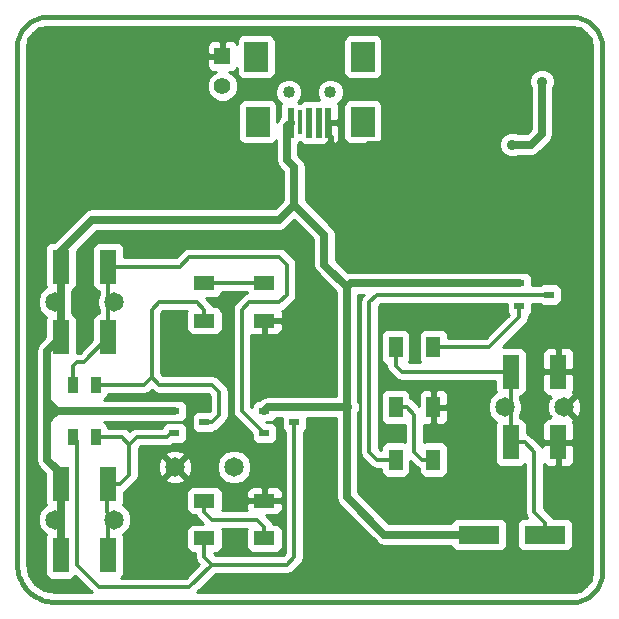
<source format=gtl>
G04 (created by PCBNEW-RS274X (2011-05-25)-stable) date Sun 24 Mar 2013 20:47:49 CET*
G01*
G70*
G90*
%MOIN*%
G04 Gerber Fmt 3.4, Leading zero omitted, Abs format*
%FSLAX34Y34*%
G04 APERTURE LIST*
%ADD10C,0.006000*%
%ADD11C,0.015000*%
%ADD12R,0.035000X0.055000*%
%ADD13R,0.047200X0.070900*%
%ADD14R,0.019600X0.100000*%
%ADD15R,0.078700X0.098400*%
%ADD16R,0.017000X0.080000*%
%ADD17C,0.040000*%
%ADD18R,0.137700X0.062900*%
%ADD19R,0.055100X0.114200*%
%ADD20C,0.065000*%
%ADD21R,0.035000X0.024000*%
%ADD22R,0.055000X0.055000*%
%ADD23C,0.055000*%
%ADD24R,0.070900X0.047200*%
%ADD25C,0.035000*%
%ADD26C,0.012000*%
%ADD27C,0.025000*%
%ADD28C,0.010000*%
G04 APERTURE END LIST*
G54D10*
G54D11*
X67250Y-28250D02*
X49750Y-28250D01*
X68250Y-46750D02*
X68250Y-29250D01*
X68250Y-29250D02*
X68246Y-29163D01*
X68234Y-29077D01*
X68215Y-28992D01*
X68189Y-28908D01*
X68156Y-28828D01*
X68116Y-28751D01*
X68069Y-28677D01*
X68016Y-28608D01*
X67957Y-28543D01*
X67892Y-28484D01*
X67823Y-28431D01*
X67750Y-28384D01*
X67672Y-28344D01*
X67592Y-28311D01*
X67508Y-28285D01*
X67423Y-28266D01*
X67337Y-28254D01*
X67250Y-28250D01*
X50000Y-47750D02*
X67250Y-47750D01*
X48750Y-46500D02*
X48750Y-29250D01*
X48750Y-46500D02*
X48755Y-46608D01*
X48769Y-46717D01*
X48793Y-46823D01*
X48826Y-46927D01*
X48868Y-47028D01*
X48918Y-47124D01*
X48977Y-47216D01*
X49043Y-47303D01*
X49117Y-47383D01*
X49197Y-47457D01*
X49284Y-47523D01*
X49376Y-47582D01*
X49472Y-47632D01*
X49573Y-47674D01*
X49677Y-47707D01*
X49783Y-47731D01*
X49892Y-47745D01*
X50000Y-47750D01*
X67250Y-47750D02*
X67337Y-47746D01*
X67423Y-47734D01*
X67508Y-47715D01*
X67592Y-47689D01*
X67672Y-47656D01*
X67750Y-47616D01*
X67823Y-47569D01*
X67892Y-47516D01*
X67957Y-47457D01*
X68016Y-47392D01*
X68069Y-47323D01*
X68116Y-47249D01*
X68156Y-47172D01*
X68189Y-47092D01*
X68215Y-47008D01*
X68234Y-46923D01*
X68246Y-46837D01*
X68250Y-46750D01*
X49750Y-28250D02*
X49663Y-28254D01*
X49577Y-28266D01*
X49492Y-28285D01*
X49408Y-28311D01*
X49328Y-28344D01*
X49251Y-28384D01*
X49177Y-28431D01*
X49108Y-28484D01*
X49043Y-28543D01*
X48984Y-28608D01*
X48931Y-28677D01*
X48884Y-28751D01*
X48844Y-28828D01*
X48811Y-28908D01*
X48785Y-28992D01*
X48766Y-29077D01*
X48754Y-29163D01*
X48750Y-29250D01*
G54D12*
X50625Y-42250D03*
X51375Y-42250D03*
X50625Y-40500D03*
X51375Y-40500D03*
G54D13*
X62630Y-39250D03*
X61370Y-39250D03*
G54D14*
X58500Y-31774D03*
X58814Y-31774D03*
X57871Y-31774D03*
G54D15*
X60271Y-29569D03*
X60271Y-31734D03*
X56729Y-29569D03*
X56768Y-31734D03*
G54D16*
X58186Y-31750D03*
G54D17*
X59189Y-30750D03*
X57811Y-30750D03*
G54D14*
X59129Y-31774D03*
G54D18*
X66352Y-45500D03*
X64148Y-45500D03*
G54D19*
X50213Y-43819D03*
X51787Y-43819D03*
X50213Y-46181D03*
X51787Y-46181D03*
G54D20*
X50016Y-45000D03*
X51984Y-45000D03*
G54D19*
X50213Y-36569D03*
X51787Y-36569D03*
X50213Y-38931D03*
X51787Y-38931D03*
G54D20*
X50016Y-37750D03*
X51984Y-37750D03*
G54D19*
X65213Y-40069D03*
X66787Y-40069D03*
X65213Y-42431D03*
X66787Y-42431D03*
G54D20*
X65016Y-41250D03*
X66984Y-41250D03*
G54D21*
X54000Y-42125D03*
X54000Y-41375D03*
X55000Y-41750D03*
X65500Y-37875D03*
X65500Y-37125D03*
X66500Y-37500D03*
X57000Y-42125D03*
X57000Y-41375D03*
X58000Y-41750D03*
G54D22*
X55600Y-29550D03*
G54D23*
X55600Y-30550D03*
G54D13*
X62630Y-43000D03*
X61370Y-43000D03*
X62630Y-41250D03*
X61370Y-41250D03*
G54D24*
X57000Y-38380D03*
X57000Y-37120D03*
X57000Y-44370D03*
X57000Y-45630D03*
X55000Y-37120D03*
X55000Y-38380D03*
X55000Y-44370D03*
X55000Y-45630D03*
G54D20*
X54016Y-43250D03*
X55984Y-43250D03*
G54D25*
X66218Y-28863D03*
X60500Y-36000D03*
X61250Y-32500D03*
X57000Y-40500D03*
X53450Y-44400D03*
X67300Y-46550D03*
X66250Y-30400D03*
X65250Y-32500D03*
X59750Y-41250D03*
G54D26*
X59129Y-31774D02*
X59129Y-32129D01*
X59129Y-32129D02*
X59250Y-32250D01*
X59250Y-32250D02*
X59250Y-32500D01*
G54D27*
X59000Y-32750D02*
X59000Y-34000D01*
X59000Y-32750D02*
X59250Y-32500D01*
X61250Y-32500D02*
X60500Y-32500D01*
X62250Y-32500D02*
X61250Y-32500D01*
X60500Y-32500D02*
X59000Y-34000D01*
X65250Y-32500D02*
X65900Y-32500D01*
X66250Y-32150D02*
X66250Y-30400D01*
X65900Y-32500D02*
X66250Y-32150D01*
X49750Y-41400D02*
X50050Y-41400D01*
X49900Y-41400D02*
X49900Y-41550D01*
X50050Y-41400D02*
X49900Y-41400D01*
X50150Y-41375D02*
X50075Y-41375D01*
X50075Y-41375D02*
X49900Y-41550D01*
X49900Y-41550D02*
X49750Y-41700D01*
X54000Y-41375D02*
X50150Y-41375D01*
X50075Y-41375D02*
X49750Y-41050D01*
X59750Y-41250D02*
X57125Y-41250D01*
X57125Y-41250D02*
X57000Y-41375D01*
X57000Y-35000D02*
X57500Y-35000D01*
X57500Y-35000D02*
X58000Y-34500D01*
X65500Y-37125D02*
X59875Y-37125D01*
X59875Y-37125D02*
X59750Y-37250D01*
X58000Y-34000D02*
X58000Y-34500D01*
X61000Y-45500D02*
X64148Y-45500D01*
X59750Y-44250D02*
X61000Y-45500D01*
X59750Y-37250D02*
X59750Y-40000D01*
X59750Y-40000D02*
X59750Y-41250D01*
X59750Y-41250D02*
X59750Y-44250D01*
X59000Y-36500D02*
X59750Y-37250D01*
X58000Y-34500D02*
X59000Y-35500D01*
X59000Y-35500D02*
X59000Y-36500D01*
X50213Y-43819D02*
X50213Y-43463D01*
X49750Y-39394D02*
X50213Y-38931D01*
X49750Y-43000D02*
X49750Y-41700D01*
X49750Y-41700D02*
X49750Y-41400D01*
X49750Y-41400D02*
X49750Y-41250D01*
X49750Y-41250D02*
X49750Y-41050D01*
X49750Y-41050D02*
X49750Y-39394D01*
X50213Y-43463D02*
X49750Y-43000D01*
X58000Y-34000D02*
X58000Y-33250D01*
X57750Y-31895D02*
X57871Y-31774D01*
X57750Y-33000D02*
X57750Y-31895D01*
X58000Y-33250D02*
X57750Y-33000D01*
X50213Y-36569D02*
X50213Y-36037D01*
X51250Y-35000D02*
X57000Y-35000D01*
X50213Y-36037D02*
X51250Y-35000D01*
X50213Y-38931D02*
X50213Y-37947D01*
X50213Y-37947D02*
X50213Y-36569D01*
X50213Y-46181D02*
X50213Y-45197D01*
X50213Y-45197D02*
X50213Y-43819D01*
G54D26*
X51375Y-42250D02*
X52250Y-42250D01*
X52250Y-42250D02*
X52500Y-42500D01*
X51750Y-44750D02*
X51750Y-43856D01*
X51984Y-44984D02*
X51750Y-44750D01*
X51984Y-45000D02*
X51984Y-44984D01*
X51750Y-43856D02*
X51787Y-43819D01*
X51787Y-46181D02*
X51787Y-45197D01*
X51787Y-45197D02*
X51984Y-45000D01*
X52500Y-42500D02*
X52750Y-42250D01*
X53875Y-42125D02*
X54000Y-42125D01*
X53750Y-42250D02*
X53875Y-42125D01*
X52750Y-42250D02*
X53750Y-42250D01*
X51787Y-43819D02*
X52181Y-43819D01*
X52181Y-43819D02*
X52500Y-43500D01*
X52500Y-43500D02*
X52500Y-42500D01*
X57000Y-45630D02*
X57000Y-45250D01*
X55000Y-44750D02*
X55000Y-44370D01*
X55250Y-45000D02*
X55000Y-44750D01*
X56750Y-45000D02*
X55250Y-45000D01*
X57000Y-45250D02*
X56750Y-45000D01*
X55000Y-37120D02*
X57000Y-37120D01*
X62630Y-43000D02*
X62250Y-43000D01*
X61750Y-41250D02*
X61370Y-41250D01*
X62000Y-41500D02*
X61750Y-41250D01*
X62000Y-42750D02*
X62000Y-41500D01*
X62250Y-43000D02*
X62000Y-42750D01*
X66500Y-37500D02*
X60750Y-37500D01*
X60750Y-43000D02*
X61370Y-43000D01*
X60500Y-42750D02*
X60750Y-43000D01*
X60500Y-37750D02*
X60500Y-42750D01*
X60750Y-37500D02*
X60500Y-37750D01*
X62630Y-39250D02*
X64500Y-39250D01*
X65500Y-38250D02*
X65500Y-37875D01*
X65000Y-38750D02*
X65500Y-38250D01*
X64500Y-39250D02*
X65000Y-38750D01*
X50625Y-40500D02*
X50625Y-39875D01*
X50968Y-39750D02*
X51787Y-38931D01*
X50750Y-39750D02*
X50968Y-39750D01*
X50625Y-39875D02*
X50750Y-39750D01*
X51787Y-36569D02*
X54181Y-36569D01*
X56250Y-41375D02*
X57000Y-42125D01*
X56250Y-38000D02*
X56250Y-41375D01*
X56500Y-37750D02*
X56250Y-38000D01*
X57500Y-37750D02*
X56500Y-37750D01*
X57750Y-37500D02*
X57500Y-37750D01*
X57750Y-36500D02*
X57750Y-37500D01*
X57500Y-36250D02*
X57750Y-36500D01*
X54500Y-36250D02*
X57500Y-36250D01*
X54181Y-36569D02*
X54500Y-36250D01*
X51984Y-37750D02*
X51984Y-37734D01*
X51787Y-37537D02*
X51787Y-36569D01*
X51984Y-37734D02*
X51787Y-37537D01*
X51787Y-38931D02*
X51787Y-37947D01*
X51787Y-37947D02*
X51984Y-37750D01*
X53250Y-40250D02*
X53000Y-40500D01*
X53000Y-40500D02*
X51375Y-40500D01*
X54120Y-37750D02*
X54750Y-37750D01*
X53500Y-37750D02*
X53250Y-38000D01*
X53250Y-40250D02*
X53250Y-38000D01*
X54120Y-37750D02*
X53500Y-37750D01*
X55000Y-38000D02*
X55000Y-38380D01*
X54750Y-37750D02*
X55000Y-38000D01*
X53250Y-40250D02*
X53500Y-40500D01*
X55250Y-41750D02*
X55000Y-41750D01*
X55500Y-41500D02*
X55250Y-41750D01*
X55500Y-40750D02*
X55500Y-41500D01*
X55250Y-40500D02*
X55500Y-40750D01*
X53500Y-40500D02*
X55250Y-40500D01*
X55250Y-46500D02*
X54500Y-47250D01*
X50750Y-42375D02*
X50625Y-42250D01*
X50750Y-46500D02*
X50750Y-42375D01*
X51500Y-47250D02*
X50750Y-46500D01*
X54500Y-47250D02*
X51500Y-47250D01*
X55000Y-45630D02*
X55000Y-46250D01*
X58000Y-46250D02*
X58000Y-41750D01*
X57750Y-46500D02*
X58000Y-46250D01*
X55250Y-46500D02*
X57750Y-46500D01*
X55000Y-46250D02*
X55250Y-46500D01*
X66352Y-45500D02*
X66352Y-45102D01*
X65681Y-42431D02*
X65213Y-42431D01*
X66000Y-42750D02*
X65681Y-42431D01*
X66000Y-44750D02*
X66000Y-42750D01*
X66352Y-45102D02*
X66000Y-44750D01*
X65016Y-41250D02*
X65016Y-41234D01*
X65213Y-41037D02*
X65213Y-40069D01*
X65016Y-41234D02*
X65213Y-41037D01*
X65213Y-42431D02*
X65213Y-41447D01*
X65213Y-41447D02*
X65016Y-41250D01*
X61370Y-39250D02*
X61370Y-39870D01*
X61370Y-39870D02*
X61569Y-40069D01*
X61569Y-40069D02*
X65213Y-40069D01*
G54D10*
G36*
X57690Y-46121D02*
X57621Y-46190D01*
X57604Y-46190D01*
X55378Y-46190D01*
X55310Y-46121D01*
X55310Y-46115D01*
X55403Y-46115D01*
X55495Y-46077D01*
X55565Y-46007D01*
X55603Y-45916D01*
X55603Y-45817D01*
X55603Y-45345D01*
X55588Y-45310D01*
X56411Y-45310D01*
X56397Y-45344D01*
X56397Y-45443D01*
X56397Y-45915D01*
X56435Y-46007D01*
X56505Y-46077D01*
X56596Y-46115D01*
X56695Y-46115D01*
X57403Y-46115D01*
X57495Y-46077D01*
X57565Y-46007D01*
X57603Y-45916D01*
X57603Y-45817D01*
X57603Y-45345D01*
X57565Y-45253D01*
X57495Y-45183D01*
X57404Y-45145D01*
X57305Y-45145D01*
X57288Y-45145D01*
X57286Y-45132D01*
X57286Y-45131D01*
X57252Y-45081D01*
X57219Y-45031D01*
X57219Y-45030D01*
X57044Y-44856D01*
X57100Y-44856D01*
X57100Y-44844D01*
X57112Y-44856D01*
X57305Y-44855D01*
X57404Y-44855D01*
X57495Y-44817D01*
X57565Y-44747D01*
X57603Y-44655D01*
X57604Y-44482D01*
X57604Y-44258D01*
X57603Y-44085D01*
X57565Y-43993D01*
X57495Y-43923D01*
X57404Y-43885D01*
X57305Y-43885D01*
X57112Y-43884D01*
X57050Y-43946D01*
X57050Y-44320D01*
X57542Y-44320D01*
X57604Y-44258D01*
X57604Y-44482D01*
X57542Y-44420D01*
X57100Y-44420D01*
X57050Y-44420D01*
X56950Y-44420D01*
X56950Y-44320D01*
X56950Y-43946D01*
X56888Y-43884D01*
X56695Y-43885D01*
X56596Y-43885D01*
X56559Y-43900D01*
X56559Y-43365D01*
X56559Y-43136D01*
X56472Y-42925D01*
X56310Y-42763D01*
X56099Y-42675D01*
X55870Y-42675D01*
X55659Y-42762D01*
X55497Y-42924D01*
X55409Y-43135D01*
X55409Y-43364D01*
X55496Y-43575D01*
X55658Y-43737D01*
X55869Y-43825D01*
X56098Y-43825D01*
X56309Y-43738D01*
X56471Y-43576D01*
X56559Y-43365D01*
X56559Y-43900D01*
X56505Y-43923D01*
X56435Y-43993D01*
X56397Y-44085D01*
X56396Y-44258D01*
X56458Y-44320D01*
X56950Y-44320D01*
X56950Y-44420D01*
X56900Y-44420D01*
X56458Y-44420D01*
X56396Y-44482D01*
X56397Y-44655D01*
X56411Y-44690D01*
X55588Y-44690D01*
X55603Y-44656D01*
X55603Y-44557D01*
X55603Y-44085D01*
X55565Y-43993D01*
X55495Y-43923D01*
X55404Y-43885D01*
X55305Y-43885D01*
X54597Y-43885D01*
X54584Y-43890D01*
X54584Y-43334D01*
X54572Y-43111D01*
X54508Y-42954D01*
X54412Y-42925D01*
X54341Y-42996D01*
X54341Y-42854D01*
X54312Y-42758D01*
X54100Y-42682D01*
X53877Y-42694D01*
X53720Y-42758D01*
X53691Y-42854D01*
X54016Y-43179D01*
X54341Y-42854D01*
X54341Y-42996D01*
X54087Y-43250D01*
X54412Y-43575D01*
X54508Y-43546D01*
X54584Y-43334D01*
X54584Y-43890D01*
X54505Y-43923D01*
X54435Y-43993D01*
X54397Y-44084D01*
X54397Y-44183D01*
X54397Y-44655D01*
X54435Y-44747D01*
X54505Y-44817D01*
X54596Y-44855D01*
X54695Y-44855D01*
X54711Y-44855D01*
X54714Y-44869D01*
X54781Y-44969D01*
X54956Y-45145D01*
X54597Y-45145D01*
X54505Y-45183D01*
X54435Y-45253D01*
X54397Y-45344D01*
X54397Y-45443D01*
X54397Y-45915D01*
X54435Y-46007D01*
X54505Y-46077D01*
X54596Y-46115D01*
X54690Y-46115D01*
X54690Y-46250D01*
X54714Y-46369D01*
X54781Y-46469D01*
X54811Y-46499D01*
X54371Y-46940D01*
X54341Y-46940D01*
X54341Y-43646D01*
X54016Y-43321D01*
X53945Y-43392D01*
X53945Y-43250D01*
X53620Y-42925D01*
X53524Y-42954D01*
X53448Y-43166D01*
X53460Y-43389D01*
X53524Y-43546D01*
X53620Y-43575D01*
X53945Y-43250D01*
X53945Y-43392D01*
X53691Y-43646D01*
X53720Y-43742D01*
X53932Y-43818D01*
X54155Y-43806D01*
X54312Y-43742D01*
X54341Y-43646D01*
X54341Y-46940D01*
X52226Y-46940D01*
X52273Y-46893D01*
X52311Y-46802D01*
X52311Y-46703D01*
X52311Y-45561D01*
X52284Y-45497D01*
X52309Y-45488D01*
X52471Y-45326D01*
X52559Y-45115D01*
X52559Y-44886D01*
X52472Y-44675D01*
X52310Y-44513D01*
X52284Y-44502D01*
X52311Y-44440D01*
X52311Y-44341D01*
X52311Y-44097D01*
X52400Y-44038D01*
X52719Y-43719D01*
X52786Y-43619D01*
X52786Y-43618D01*
X52810Y-43500D01*
X52810Y-42628D01*
X52878Y-42560D01*
X53750Y-42560D01*
X53868Y-42536D01*
X53869Y-42536D01*
X53931Y-42494D01*
X54224Y-42494D01*
X54316Y-42456D01*
X54386Y-42386D01*
X54424Y-42295D01*
X54424Y-42196D01*
X54424Y-41956D01*
X54386Y-41864D01*
X54316Y-41794D01*
X54225Y-41756D01*
X54126Y-41756D01*
X53776Y-41756D01*
X53684Y-41794D01*
X53614Y-41864D01*
X53582Y-41940D01*
X52750Y-41940D01*
X52631Y-41964D01*
X52581Y-41997D01*
X52530Y-42031D01*
X52499Y-42061D01*
X52469Y-42031D01*
X52369Y-41964D01*
X52250Y-41940D01*
X51799Y-41940D01*
X51799Y-41926D01*
X51761Y-41834D01*
X51691Y-41764D01*
X51657Y-41750D01*
X54000Y-41750D01*
X54029Y-41744D01*
X54224Y-41744D01*
X54316Y-41706D01*
X54386Y-41636D01*
X54424Y-41545D01*
X54424Y-41446D01*
X54424Y-41206D01*
X54386Y-41114D01*
X54316Y-41044D01*
X54225Y-41006D01*
X54126Y-41006D01*
X54029Y-41006D01*
X54000Y-41000D01*
X51657Y-41000D01*
X51691Y-40986D01*
X51761Y-40916D01*
X51799Y-40825D01*
X51799Y-40810D01*
X53000Y-40810D01*
X53118Y-40786D01*
X53119Y-40786D01*
X53219Y-40719D01*
X53249Y-40688D01*
X53280Y-40719D01*
X53281Y-40719D01*
X53331Y-40752D01*
X53381Y-40786D01*
X53382Y-40786D01*
X53500Y-40810D01*
X55121Y-40810D01*
X55190Y-40878D01*
X55190Y-41371D01*
X55180Y-41381D01*
X55126Y-41381D01*
X54776Y-41381D01*
X54684Y-41419D01*
X54614Y-41489D01*
X54576Y-41580D01*
X54576Y-41679D01*
X54576Y-41919D01*
X54614Y-42011D01*
X54684Y-42081D01*
X54775Y-42119D01*
X54874Y-42119D01*
X55224Y-42119D01*
X55316Y-42081D01*
X55358Y-42038D01*
X55359Y-42037D01*
X55368Y-42036D01*
X55369Y-42036D01*
X55469Y-41969D01*
X55719Y-41720D01*
X55719Y-41719D01*
X55752Y-41669D01*
X55786Y-41619D01*
X55786Y-41618D01*
X55809Y-41500D01*
X55810Y-41500D01*
X55810Y-40750D01*
X55786Y-40632D01*
X55786Y-40631D01*
X55752Y-40581D01*
X55719Y-40531D01*
X55719Y-40530D01*
X55469Y-40281D01*
X55369Y-40214D01*
X55250Y-40190D01*
X53628Y-40190D01*
X53560Y-40121D01*
X53560Y-38128D01*
X53628Y-38060D01*
X54120Y-38060D01*
X54411Y-38060D01*
X54397Y-38094D01*
X54397Y-38193D01*
X54397Y-38665D01*
X54435Y-38757D01*
X54505Y-38827D01*
X54596Y-38865D01*
X54695Y-38865D01*
X55403Y-38865D01*
X55495Y-38827D01*
X55565Y-38757D01*
X55603Y-38666D01*
X55603Y-38567D01*
X55603Y-38095D01*
X55565Y-38003D01*
X55495Y-37933D01*
X55404Y-37895D01*
X55305Y-37895D01*
X55288Y-37895D01*
X55286Y-37882D01*
X55286Y-37881D01*
X55252Y-37831D01*
X55219Y-37781D01*
X55219Y-37780D01*
X55043Y-37605D01*
X55403Y-37605D01*
X55495Y-37567D01*
X55565Y-37497D01*
X55592Y-37430D01*
X56407Y-37430D01*
X56418Y-37456D01*
X56381Y-37464D01*
X56331Y-37497D01*
X56280Y-37531D01*
X56031Y-37781D01*
X55964Y-37881D01*
X55940Y-38000D01*
X55940Y-41375D01*
X55964Y-41494D01*
X56031Y-41594D01*
X56576Y-42139D01*
X56576Y-42294D01*
X56614Y-42386D01*
X56684Y-42456D01*
X56775Y-42494D01*
X56874Y-42494D01*
X57224Y-42494D01*
X57316Y-42456D01*
X57386Y-42386D01*
X57424Y-42295D01*
X57424Y-42196D01*
X57424Y-41956D01*
X57386Y-41864D01*
X57316Y-41794D01*
X57225Y-41756D01*
X57126Y-41756D01*
X57069Y-41756D01*
X57057Y-41744D01*
X57224Y-41744D01*
X57316Y-41706D01*
X57386Y-41636D01*
X57390Y-41625D01*
X57576Y-41625D01*
X57576Y-41679D01*
X57576Y-41919D01*
X57614Y-42011D01*
X57684Y-42081D01*
X57690Y-42083D01*
X57690Y-46121D01*
X57690Y-46121D01*
G37*
G54D28*
X57690Y-46121D02*
X57621Y-46190D01*
X57604Y-46190D01*
X55378Y-46190D01*
X55310Y-46121D01*
X55310Y-46115D01*
X55403Y-46115D01*
X55495Y-46077D01*
X55565Y-46007D01*
X55603Y-45916D01*
X55603Y-45817D01*
X55603Y-45345D01*
X55588Y-45310D01*
X56411Y-45310D01*
X56397Y-45344D01*
X56397Y-45443D01*
X56397Y-45915D01*
X56435Y-46007D01*
X56505Y-46077D01*
X56596Y-46115D01*
X56695Y-46115D01*
X57403Y-46115D01*
X57495Y-46077D01*
X57565Y-46007D01*
X57603Y-45916D01*
X57603Y-45817D01*
X57603Y-45345D01*
X57565Y-45253D01*
X57495Y-45183D01*
X57404Y-45145D01*
X57305Y-45145D01*
X57288Y-45145D01*
X57286Y-45132D01*
X57286Y-45131D01*
X57252Y-45081D01*
X57219Y-45031D01*
X57219Y-45030D01*
X57044Y-44856D01*
X57100Y-44856D01*
X57100Y-44844D01*
X57112Y-44856D01*
X57305Y-44855D01*
X57404Y-44855D01*
X57495Y-44817D01*
X57565Y-44747D01*
X57603Y-44655D01*
X57604Y-44482D01*
X57604Y-44258D01*
X57603Y-44085D01*
X57565Y-43993D01*
X57495Y-43923D01*
X57404Y-43885D01*
X57305Y-43885D01*
X57112Y-43884D01*
X57050Y-43946D01*
X57050Y-44320D01*
X57542Y-44320D01*
X57604Y-44258D01*
X57604Y-44482D01*
X57542Y-44420D01*
X57100Y-44420D01*
X57050Y-44420D01*
X56950Y-44420D01*
X56950Y-44320D01*
X56950Y-43946D01*
X56888Y-43884D01*
X56695Y-43885D01*
X56596Y-43885D01*
X56559Y-43900D01*
X56559Y-43365D01*
X56559Y-43136D01*
X56472Y-42925D01*
X56310Y-42763D01*
X56099Y-42675D01*
X55870Y-42675D01*
X55659Y-42762D01*
X55497Y-42924D01*
X55409Y-43135D01*
X55409Y-43364D01*
X55496Y-43575D01*
X55658Y-43737D01*
X55869Y-43825D01*
X56098Y-43825D01*
X56309Y-43738D01*
X56471Y-43576D01*
X56559Y-43365D01*
X56559Y-43900D01*
X56505Y-43923D01*
X56435Y-43993D01*
X56397Y-44085D01*
X56396Y-44258D01*
X56458Y-44320D01*
X56950Y-44320D01*
X56950Y-44420D01*
X56900Y-44420D01*
X56458Y-44420D01*
X56396Y-44482D01*
X56397Y-44655D01*
X56411Y-44690D01*
X55588Y-44690D01*
X55603Y-44656D01*
X55603Y-44557D01*
X55603Y-44085D01*
X55565Y-43993D01*
X55495Y-43923D01*
X55404Y-43885D01*
X55305Y-43885D01*
X54597Y-43885D01*
X54584Y-43890D01*
X54584Y-43334D01*
X54572Y-43111D01*
X54508Y-42954D01*
X54412Y-42925D01*
X54341Y-42996D01*
X54341Y-42854D01*
X54312Y-42758D01*
X54100Y-42682D01*
X53877Y-42694D01*
X53720Y-42758D01*
X53691Y-42854D01*
X54016Y-43179D01*
X54341Y-42854D01*
X54341Y-42996D01*
X54087Y-43250D01*
X54412Y-43575D01*
X54508Y-43546D01*
X54584Y-43334D01*
X54584Y-43890D01*
X54505Y-43923D01*
X54435Y-43993D01*
X54397Y-44084D01*
X54397Y-44183D01*
X54397Y-44655D01*
X54435Y-44747D01*
X54505Y-44817D01*
X54596Y-44855D01*
X54695Y-44855D01*
X54711Y-44855D01*
X54714Y-44869D01*
X54781Y-44969D01*
X54956Y-45145D01*
X54597Y-45145D01*
X54505Y-45183D01*
X54435Y-45253D01*
X54397Y-45344D01*
X54397Y-45443D01*
X54397Y-45915D01*
X54435Y-46007D01*
X54505Y-46077D01*
X54596Y-46115D01*
X54690Y-46115D01*
X54690Y-46250D01*
X54714Y-46369D01*
X54781Y-46469D01*
X54811Y-46499D01*
X54371Y-46940D01*
X54341Y-46940D01*
X54341Y-43646D01*
X54016Y-43321D01*
X53945Y-43392D01*
X53945Y-43250D01*
X53620Y-42925D01*
X53524Y-42954D01*
X53448Y-43166D01*
X53460Y-43389D01*
X53524Y-43546D01*
X53620Y-43575D01*
X53945Y-43250D01*
X53945Y-43392D01*
X53691Y-43646D01*
X53720Y-43742D01*
X53932Y-43818D01*
X54155Y-43806D01*
X54312Y-43742D01*
X54341Y-43646D01*
X54341Y-46940D01*
X52226Y-46940D01*
X52273Y-46893D01*
X52311Y-46802D01*
X52311Y-46703D01*
X52311Y-45561D01*
X52284Y-45497D01*
X52309Y-45488D01*
X52471Y-45326D01*
X52559Y-45115D01*
X52559Y-44886D01*
X52472Y-44675D01*
X52310Y-44513D01*
X52284Y-44502D01*
X52311Y-44440D01*
X52311Y-44341D01*
X52311Y-44097D01*
X52400Y-44038D01*
X52719Y-43719D01*
X52786Y-43619D01*
X52786Y-43618D01*
X52810Y-43500D01*
X52810Y-42628D01*
X52878Y-42560D01*
X53750Y-42560D01*
X53868Y-42536D01*
X53869Y-42536D01*
X53931Y-42494D01*
X54224Y-42494D01*
X54316Y-42456D01*
X54386Y-42386D01*
X54424Y-42295D01*
X54424Y-42196D01*
X54424Y-41956D01*
X54386Y-41864D01*
X54316Y-41794D01*
X54225Y-41756D01*
X54126Y-41756D01*
X53776Y-41756D01*
X53684Y-41794D01*
X53614Y-41864D01*
X53582Y-41940D01*
X52750Y-41940D01*
X52631Y-41964D01*
X52581Y-41997D01*
X52530Y-42031D01*
X52499Y-42061D01*
X52469Y-42031D01*
X52369Y-41964D01*
X52250Y-41940D01*
X51799Y-41940D01*
X51799Y-41926D01*
X51761Y-41834D01*
X51691Y-41764D01*
X51657Y-41750D01*
X54000Y-41750D01*
X54029Y-41744D01*
X54224Y-41744D01*
X54316Y-41706D01*
X54386Y-41636D01*
X54424Y-41545D01*
X54424Y-41446D01*
X54424Y-41206D01*
X54386Y-41114D01*
X54316Y-41044D01*
X54225Y-41006D01*
X54126Y-41006D01*
X54029Y-41006D01*
X54000Y-41000D01*
X51657Y-41000D01*
X51691Y-40986D01*
X51761Y-40916D01*
X51799Y-40825D01*
X51799Y-40810D01*
X53000Y-40810D01*
X53118Y-40786D01*
X53119Y-40786D01*
X53219Y-40719D01*
X53249Y-40688D01*
X53280Y-40719D01*
X53281Y-40719D01*
X53331Y-40752D01*
X53381Y-40786D01*
X53382Y-40786D01*
X53500Y-40810D01*
X55121Y-40810D01*
X55190Y-40878D01*
X55190Y-41371D01*
X55180Y-41381D01*
X55126Y-41381D01*
X54776Y-41381D01*
X54684Y-41419D01*
X54614Y-41489D01*
X54576Y-41580D01*
X54576Y-41679D01*
X54576Y-41919D01*
X54614Y-42011D01*
X54684Y-42081D01*
X54775Y-42119D01*
X54874Y-42119D01*
X55224Y-42119D01*
X55316Y-42081D01*
X55358Y-42038D01*
X55359Y-42037D01*
X55368Y-42036D01*
X55369Y-42036D01*
X55469Y-41969D01*
X55719Y-41720D01*
X55719Y-41719D01*
X55752Y-41669D01*
X55786Y-41619D01*
X55786Y-41618D01*
X55809Y-41500D01*
X55810Y-41500D01*
X55810Y-40750D01*
X55786Y-40632D01*
X55786Y-40631D01*
X55752Y-40581D01*
X55719Y-40531D01*
X55719Y-40530D01*
X55469Y-40281D01*
X55369Y-40214D01*
X55250Y-40190D01*
X53628Y-40190D01*
X53560Y-40121D01*
X53560Y-38128D01*
X53628Y-38060D01*
X54120Y-38060D01*
X54411Y-38060D01*
X54397Y-38094D01*
X54397Y-38193D01*
X54397Y-38665D01*
X54435Y-38757D01*
X54505Y-38827D01*
X54596Y-38865D01*
X54695Y-38865D01*
X55403Y-38865D01*
X55495Y-38827D01*
X55565Y-38757D01*
X55603Y-38666D01*
X55603Y-38567D01*
X55603Y-38095D01*
X55565Y-38003D01*
X55495Y-37933D01*
X55404Y-37895D01*
X55305Y-37895D01*
X55288Y-37895D01*
X55286Y-37882D01*
X55286Y-37881D01*
X55252Y-37831D01*
X55219Y-37781D01*
X55219Y-37780D01*
X55043Y-37605D01*
X55403Y-37605D01*
X55495Y-37567D01*
X55565Y-37497D01*
X55592Y-37430D01*
X56407Y-37430D01*
X56418Y-37456D01*
X56381Y-37464D01*
X56331Y-37497D01*
X56280Y-37531D01*
X56031Y-37781D01*
X55964Y-37881D01*
X55940Y-38000D01*
X55940Y-41375D01*
X55964Y-41494D01*
X56031Y-41594D01*
X56576Y-42139D01*
X56576Y-42294D01*
X56614Y-42386D01*
X56684Y-42456D01*
X56775Y-42494D01*
X56874Y-42494D01*
X57224Y-42494D01*
X57316Y-42456D01*
X57386Y-42386D01*
X57424Y-42295D01*
X57424Y-42196D01*
X57424Y-41956D01*
X57386Y-41864D01*
X57316Y-41794D01*
X57225Y-41756D01*
X57126Y-41756D01*
X57069Y-41756D01*
X57057Y-41744D01*
X57224Y-41744D01*
X57316Y-41706D01*
X57386Y-41636D01*
X57390Y-41625D01*
X57576Y-41625D01*
X57576Y-41679D01*
X57576Y-41919D01*
X57614Y-42011D01*
X57684Y-42081D01*
X57690Y-42083D01*
X57690Y-46121D01*
G54D10*
G36*
X59375Y-40875D02*
X57604Y-40875D01*
X57604Y-38492D01*
X57542Y-38430D01*
X57050Y-38430D01*
X57050Y-38804D01*
X57112Y-38866D01*
X57305Y-38865D01*
X57404Y-38865D01*
X57495Y-38827D01*
X57565Y-38757D01*
X57603Y-38665D01*
X57604Y-38492D01*
X57604Y-40875D01*
X57125Y-40875D01*
X56981Y-40904D01*
X56920Y-40944D01*
X56859Y-40985D01*
X56838Y-41006D01*
X56776Y-41006D01*
X56684Y-41044D01*
X56614Y-41114D01*
X56576Y-41205D01*
X56576Y-41262D01*
X56560Y-41246D01*
X56560Y-38849D01*
X56596Y-38865D01*
X56695Y-38865D01*
X56888Y-38866D01*
X56950Y-38804D01*
X56950Y-38480D01*
X56950Y-38430D01*
X56950Y-38330D01*
X57050Y-38330D01*
X57100Y-38330D01*
X57542Y-38330D01*
X57604Y-38268D01*
X57603Y-38095D01*
X57581Y-38043D01*
X57618Y-38036D01*
X57619Y-38036D01*
X57719Y-37969D01*
X57969Y-37720D01*
X57969Y-37719D01*
X58002Y-37669D01*
X58036Y-37619D01*
X58036Y-37618D01*
X58059Y-37500D01*
X58060Y-37500D01*
X58060Y-36500D01*
X58036Y-36382D01*
X58036Y-36381D01*
X58002Y-36331D01*
X57969Y-36281D01*
X57969Y-36280D01*
X57719Y-36031D01*
X57619Y-35964D01*
X57500Y-35940D01*
X54500Y-35940D01*
X54381Y-35964D01*
X54281Y-36031D01*
X54053Y-36259D01*
X52311Y-36259D01*
X52311Y-35949D01*
X52273Y-35857D01*
X52203Y-35787D01*
X52112Y-35749D01*
X52013Y-35749D01*
X51463Y-35749D01*
X51371Y-35787D01*
X51301Y-35857D01*
X51263Y-35948D01*
X51263Y-36047D01*
X51263Y-37189D01*
X51301Y-37281D01*
X51371Y-37351D01*
X51462Y-37389D01*
X51477Y-37389D01*
X51477Y-37471D01*
X51409Y-37635D01*
X51409Y-37864D01*
X51477Y-38028D01*
X51477Y-38111D01*
X51463Y-38111D01*
X51371Y-38149D01*
X51301Y-38219D01*
X51263Y-38310D01*
X51263Y-38409D01*
X51263Y-39017D01*
X50840Y-39440D01*
X50750Y-39440D01*
X50737Y-39442D01*
X50737Y-38311D01*
X50699Y-38219D01*
X50629Y-38149D01*
X50588Y-38131D01*
X50588Y-37947D01*
X50588Y-37872D01*
X50591Y-37865D01*
X50591Y-37636D01*
X50588Y-37628D01*
X50588Y-37367D01*
X50629Y-37351D01*
X50699Y-37281D01*
X50737Y-37190D01*
X50737Y-37091D01*
X50737Y-36043D01*
X51405Y-35375D01*
X57000Y-35375D01*
X57500Y-35375D01*
X57643Y-35346D01*
X57644Y-35346D01*
X57765Y-35265D01*
X58000Y-35030D01*
X58625Y-35655D01*
X58625Y-36500D01*
X58654Y-36644D01*
X58735Y-36765D01*
X59375Y-37405D01*
X59375Y-40000D01*
X59375Y-40875D01*
X59375Y-40875D01*
G37*
G54D28*
X59375Y-40875D02*
X57604Y-40875D01*
X57604Y-38492D01*
X57542Y-38430D01*
X57050Y-38430D01*
X57050Y-38804D01*
X57112Y-38866D01*
X57305Y-38865D01*
X57404Y-38865D01*
X57495Y-38827D01*
X57565Y-38757D01*
X57603Y-38665D01*
X57604Y-38492D01*
X57604Y-40875D01*
X57125Y-40875D01*
X56981Y-40904D01*
X56920Y-40944D01*
X56859Y-40985D01*
X56838Y-41006D01*
X56776Y-41006D01*
X56684Y-41044D01*
X56614Y-41114D01*
X56576Y-41205D01*
X56576Y-41262D01*
X56560Y-41246D01*
X56560Y-38849D01*
X56596Y-38865D01*
X56695Y-38865D01*
X56888Y-38866D01*
X56950Y-38804D01*
X56950Y-38480D01*
X56950Y-38430D01*
X56950Y-38330D01*
X57050Y-38330D01*
X57100Y-38330D01*
X57542Y-38330D01*
X57604Y-38268D01*
X57603Y-38095D01*
X57581Y-38043D01*
X57618Y-38036D01*
X57619Y-38036D01*
X57719Y-37969D01*
X57969Y-37720D01*
X57969Y-37719D01*
X58002Y-37669D01*
X58036Y-37619D01*
X58036Y-37618D01*
X58059Y-37500D01*
X58060Y-37500D01*
X58060Y-36500D01*
X58036Y-36382D01*
X58036Y-36381D01*
X58002Y-36331D01*
X57969Y-36281D01*
X57969Y-36280D01*
X57719Y-36031D01*
X57619Y-35964D01*
X57500Y-35940D01*
X54500Y-35940D01*
X54381Y-35964D01*
X54281Y-36031D01*
X54053Y-36259D01*
X52311Y-36259D01*
X52311Y-35949D01*
X52273Y-35857D01*
X52203Y-35787D01*
X52112Y-35749D01*
X52013Y-35749D01*
X51463Y-35749D01*
X51371Y-35787D01*
X51301Y-35857D01*
X51263Y-35948D01*
X51263Y-36047D01*
X51263Y-37189D01*
X51301Y-37281D01*
X51371Y-37351D01*
X51462Y-37389D01*
X51477Y-37389D01*
X51477Y-37471D01*
X51409Y-37635D01*
X51409Y-37864D01*
X51477Y-38028D01*
X51477Y-38111D01*
X51463Y-38111D01*
X51371Y-38149D01*
X51301Y-38219D01*
X51263Y-38310D01*
X51263Y-38409D01*
X51263Y-39017D01*
X50840Y-39440D01*
X50750Y-39440D01*
X50737Y-39442D01*
X50737Y-38311D01*
X50699Y-38219D01*
X50629Y-38149D01*
X50588Y-38131D01*
X50588Y-37947D01*
X50588Y-37872D01*
X50591Y-37865D01*
X50591Y-37636D01*
X50588Y-37628D01*
X50588Y-37367D01*
X50629Y-37351D01*
X50699Y-37281D01*
X50737Y-37190D01*
X50737Y-37091D01*
X50737Y-36043D01*
X51405Y-35375D01*
X57000Y-35375D01*
X57500Y-35375D01*
X57643Y-35346D01*
X57644Y-35346D01*
X57765Y-35265D01*
X58000Y-35030D01*
X58625Y-35655D01*
X58625Y-36500D01*
X58654Y-36644D01*
X58735Y-36765D01*
X59375Y-37405D01*
X59375Y-40000D01*
X59375Y-40875D01*
G54D10*
G36*
X67925Y-46717D02*
X67867Y-47005D01*
X67722Y-47223D01*
X67552Y-47336D01*
X67552Y-41334D01*
X67540Y-41111D01*
X67476Y-40954D01*
X67380Y-40925D01*
X67312Y-40993D01*
X67055Y-41250D01*
X67380Y-41575D01*
X67476Y-41546D01*
X67552Y-41334D01*
X67552Y-47336D01*
X67506Y-47367D01*
X67312Y-47405D01*
X67312Y-42543D01*
X67312Y-42319D01*
X67311Y-41811D01*
X67281Y-41738D01*
X67309Y-41646D01*
X67019Y-41356D01*
X66984Y-41321D01*
X66913Y-41250D01*
X66984Y-41179D01*
X67019Y-41144D01*
X67309Y-40854D01*
X67281Y-40761D01*
X67311Y-40689D01*
X67312Y-40181D01*
X67312Y-39957D01*
X67311Y-39449D01*
X67273Y-39357D01*
X67203Y-39287D01*
X67112Y-39249D01*
X67013Y-39249D01*
X66899Y-39248D01*
X66837Y-39310D01*
X66837Y-40019D01*
X67250Y-40019D01*
X67312Y-39957D01*
X67312Y-40181D01*
X67250Y-40119D01*
X66887Y-40119D01*
X66837Y-40119D01*
X66737Y-40119D01*
X66737Y-40019D01*
X66737Y-39310D01*
X66675Y-39248D01*
X66561Y-39249D01*
X66462Y-39249D01*
X66371Y-39287D01*
X66301Y-39357D01*
X66263Y-39449D01*
X66262Y-39957D01*
X66324Y-40019D01*
X66737Y-40019D01*
X66737Y-40119D01*
X66687Y-40119D01*
X66324Y-40119D01*
X66262Y-40181D01*
X66263Y-40689D01*
X66301Y-40781D01*
X66371Y-40851D01*
X66462Y-40889D01*
X66518Y-40889D01*
X66500Y-40907D01*
X66534Y-40941D01*
X66492Y-40954D01*
X66416Y-41166D01*
X66428Y-41389D01*
X66492Y-41546D01*
X66534Y-41558D01*
X66500Y-41593D01*
X66518Y-41611D01*
X66462Y-41611D01*
X66371Y-41649D01*
X66301Y-41719D01*
X66263Y-41811D01*
X66262Y-42319D01*
X66324Y-42381D01*
X66687Y-42381D01*
X66737Y-42381D01*
X66837Y-42381D01*
X66887Y-42381D01*
X67250Y-42381D01*
X67312Y-42319D01*
X67312Y-42543D01*
X67250Y-42481D01*
X66837Y-42481D01*
X66837Y-43190D01*
X66899Y-43252D01*
X67013Y-43251D01*
X67112Y-43251D01*
X67203Y-43213D01*
X67273Y-43143D01*
X67311Y-43051D01*
X67312Y-42543D01*
X67312Y-47405D01*
X67217Y-47425D01*
X54763Y-47425D01*
X55378Y-46810D01*
X57750Y-46810D01*
X57868Y-46786D01*
X57869Y-46786D01*
X57969Y-46719D01*
X58219Y-46470D01*
X58219Y-46469D01*
X58252Y-46419D01*
X58286Y-46369D01*
X58286Y-46368D01*
X58309Y-46250D01*
X58310Y-46250D01*
X58310Y-42083D01*
X58316Y-42081D01*
X58386Y-42011D01*
X58424Y-41920D01*
X58424Y-41821D01*
X58424Y-41625D01*
X59375Y-41625D01*
X59375Y-44250D01*
X59404Y-44394D01*
X59485Y-44515D01*
X60734Y-45765D01*
X60735Y-45765D01*
X60795Y-45805D01*
X60856Y-45846D01*
X60857Y-45846D01*
X60999Y-45874D01*
X61000Y-45875D01*
X63215Y-45875D01*
X63249Y-45955D01*
X63319Y-46025D01*
X63410Y-46063D01*
X63509Y-46063D01*
X64885Y-46063D01*
X64977Y-46025D01*
X65047Y-45955D01*
X65085Y-45864D01*
X65085Y-45765D01*
X65085Y-45137D01*
X65047Y-45045D01*
X64977Y-44975D01*
X64886Y-44937D01*
X64787Y-44937D01*
X63411Y-44937D01*
X63319Y-44975D01*
X63249Y-45045D01*
X63215Y-45125D01*
X63116Y-45125D01*
X63116Y-41362D01*
X63116Y-41138D01*
X63115Y-40945D01*
X63115Y-40846D01*
X63077Y-40755D01*
X63007Y-40685D01*
X62915Y-40647D01*
X62742Y-40646D01*
X62680Y-40708D01*
X62680Y-41200D01*
X63054Y-41200D01*
X63116Y-41138D01*
X63116Y-41362D01*
X63054Y-41300D01*
X62680Y-41300D01*
X62680Y-41792D01*
X62742Y-41854D01*
X62915Y-41853D01*
X63007Y-41815D01*
X63077Y-41745D01*
X63115Y-41654D01*
X63115Y-41555D01*
X63116Y-41362D01*
X63116Y-45125D01*
X61155Y-45125D01*
X60125Y-44094D01*
X60125Y-41455D01*
X60175Y-41335D01*
X60175Y-41166D01*
X60125Y-41044D01*
X60125Y-40000D01*
X60125Y-37500D01*
X60311Y-37500D01*
X60281Y-37531D01*
X60214Y-37631D01*
X60190Y-37750D01*
X60190Y-42750D01*
X60214Y-42869D01*
X60281Y-42969D01*
X60530Y-43219D01*
X60531Y-43219D01*
X60581Y-43252D01*
X60631Y-43286D01*
X60632Y-43286D01*
X60750Y-43310D01*
X60885Y-43310D01*
X60885Y-43403D01*
X60923Y-43495D01*
X60993Y-43565D01*
X61084Y-43603D01*
X61183Y-43603D01*
X61655Y-43603D01*
X61747Y-43565D01*
X61817Y-43495D01*
X61855Y-43404D01*
X61855Y-43305D01*
X61855Y-43043D01*
X62030Y-43219D01*
X62031Y-43219D01*
X62081Y-43252D01*
X62131Y-43286D01*
X62132Y-43286D01*
X62145Y-43288D01*
X62145Y-43403D01*
X62183Y-43495D01*
X62253Y-43565D01*
X62344Y-43603D01*
X62443Y-43603D01*
X62915Y-43603D01*
X63007Y-43565D01*
X63077Y-43495D01*
X63115Y-43404D01*
X63115Y-43305D01*
X63115Y-42597D01*
X63077Y-42505D01*
X63007Y-42435D01*
X62916Y-42397D01*
X62817Y-42397D01*
X62345Y-42397D01*
X62310Y-42411D01*
X62310Y-41838D01*
X62345Y-41853D01*
X62518Y-41854D01*
X62580Y-41792D01*
X62580Y-41350D01*
X62580Y-41300D01*
X62580Y-41200D01*
X62580Y-41150D01*
X62580Y-40708D01*
X62518Y-40646D01*
X62345Y-40647D01*
X62253Y-40685D01*
X62183Y-40755D01*
X62145Y-40846D01*
X62145Y-40945D01*
X62144Y-41138D01*
X62156Y-41150D01*
X62144Y-41150D01*
X62144Y-41205D01*
X61969Y-41031D01*
X61869Y-40964D01*
X61855Y-40961D01*
X61855Y-40847D01*
X61817Y-40755D01*
X61747Y-40685D01*
X61656Y-40647D01*
X61557Y-40647D01*
X61085Y-40647D01*
X60993Y-40685D01*
X60923Y-40755D01*
X60885Y-40846D01*
X60885Y-40945D01*
X60885Y-41653D01*
X60923Y-41745D01*
X60993Y-41815D01*
X61084Y-41853D01*
X61183Y-41853D01*
X61655Y-41853D01*
X61690Y-41838D01*
X61690Y-42411D01*
X61656Y-42397D01*
X61557Y-42397D01*
X61085Y-42397D01*
X60993Y-42435D01*
X60923Y-42505D01*
X60885Y-42596D01*
X60885Y-42690D01*
X60878Y-42690D01*
X60810Y-42621D01*
X60810Y-37878D01*
X60878Y-37810D01*
X65076Y-37810D01*
X65076Y-38044D01*
X65114Y-38136D01*
X65145Y-38167D01*
X64781Y-38531D01*
X64372Y-38940D01*
X63115Y-38940D01*
X63115Y-38847D01*
X63077Y-38755D01*
X63007Y-38685D01*
X62916Y-38647D01*
X62817Y-38647D01*
X62345Y-38647D01*
X62253Y-38685D01*
X62183Y-38755D01*
X62145Y-38846D01*
X62145Y-38945D01*
X62145Y-39653D01*
X62183Y-39745D01*
X62197Y-39759D01*
X61803Y-39759D01*
X61817Y-39745D01*
X61855Y-39654D01*
X61855Y-39555D01*
X61855Y-38847D01*
X61817Y-38755D01*
X61747Y-38685D01*
X61656Y-38647D01*
X61557Y-38647D01*
X61085Y-38647D01*
X60993Y-38685D01*
X60923Y-38755D01*
X60885Y-38846D01*
X60885Y-38945D01*
X60885Y-39653D01*
X60923Y-39745D01*
X60993Y-39815D01*
X61060Y-39842D01*
X61060Y-39870D01*
X61084Y-39989D01*
X61151Y-40089D01*
X61349Y-40288D01*
X61350Y-40288D01*
X61400Y-40321D01*
X61450Y-40355D01*
X61451Y-40355D01*
X61569Y-40379D01*
X64689Y-40379D01*
X64689Y-40689D01*
X64715Y-40752D01*
X64691Y-40762D01*
X64529Y-40924D01*
X64441Y-41135D01*
X64441Y-41364D01*
X64528Y-41575D01*
X64690Y-41737D01*
X64715Y-41747D01*
X64689Y-41810D01*
X64689Y-41909D01*
X64689Y-43051D01*
X64727Y-43143D01*
X64797Y-43213D01*
X64888Y-43251D01*
X64987Y-43251D01*
X65537Y-43251D01*
X65629Y-43213D01*
X65690Y-43152D01*
X65690Y-44750D01*
X65714Y-44869D01*
X65759Y-44937D01*
X65615Y-44937D01*
X65523Y-44975D01*
X65453Y-45045D01*
X65415Y-45136D01*
X65415Y-45235D01*
X65415Y-45863D01*
X65453Y-45955D01*
X65523Y-46025D01*
X65614Y-46063D01*
X65713Y-46063D01*
X67089Y-46063D01*
X67181Y-46025D01*
X67251Y-45955D01*
X67289Y-45864D01*
X67289Y-45765D01*
X67289Y-45137D01*
X67251Y-45045D01*
X67181Y-44975D01*
X67090Y-44937D01*
X66991Y-44937D01*
X66607Y-44937D01*
X66571Y-44883D01*
X66571Y-44882D01*
X66310Y-44621D01*
X66310Y-43152D01*
X66371Y-43213D01*
X66462Y-43251D01*
X66561Y-43251D01*
X66675Y-43252D01*
X66737Y-43190D01*
X66737Y-42481D01*
X66324Y-42481D01*
X66262Y-42543D01*
X66262Y-42595D01*
X66219Y-42531D01*
X65900Y-42212D01*
X65800Y-42145D01*
X65737Y-42132D01*
X65737Y-41811D01*
X65699Y-41719D01*
X65629Y-41649D01*
X65538Y-41611D01*
X65523Y-41611D01*
X65523Y-41528D01*
X65591Y-41365D01*
X65591Y-41136D01*
X65523Y-40971D01*
X65523Y-40889D01*
X65537Y-40889D01*
X65629Y-40851D01*
X65699Y-40781D01*
X65737Y-40690D01*
X65737Y-40591D01*
X65737Y-39449D01*
X65699Y-39357D01*
X65629Y-39287D01*
X65538Y-39249D01*
X65439Y-39249D01*
X64939Y-39249D01*
X65219Y-38969D01*
X65719Y-38469D01*
X65786Y-38369D01*
X65786Y-38368D01*
X65810Y-38250D01*
X65810Y-38208D01*
X65816Y-38206D01*
X65886Y-38136D01*
X65924Y-38045D01*
X65924Y-37946D01*
X65924Y-37810D01*
X66163Y-37810D01*
X66184Y-37831D01*
X66275Y-37869D01*
X66374Y-37869D01*
X66724Y-37869D01*
X66816Y-37831D01*
X66886Y-37761D01*
X66924Y-37670D01*
X66924Y-37571D01*
X66924Y-37331D01*
X66886Y-37239D01*
X66816Y-37169D01*
X66725Y-37131D01*
X66675Y-37131D01*
X66675Y-30485D01*
X66675Y-30316D01*
X66611Y-30160D01*
X66491Y-30040D01*
X66335Y-29975D01*
X66166Y-29975D01*
X66010Y-30039D01*
X65890Y-30159D01*
X65825Y-30315D01*
X65825Y-30484D01*
X65875Y-30605D01*
X65875Y-31995D01*
X65745Y-32125D01*
X65455Y-32125D01*
X65335Y-32075D01*
X65166Y-32075D01*
X65010Y-32139D01*
X64890Y-32259D01*
X64825Y-32415D01*
X64825Y-32584D01*
X64889Y-32740D01*
X65009Y-32860D01*
X65165Y-32925D01*
X65334Y-32925D01*
X65455Y-32875D01*
X65900Y-32875D01*
X66043Y-32846D01*
X66044Y-32846D01*
X66165Y-32765D01*
X66514Y-32416D01*
X66514Y-32415D01*
X66515Y-32415D01*
X66596Y-32294D01*
X66624Y-32151D01*
X66625Y-32150D01*
X66625Y-30605D01*
X66675Y-30485D01*
X66675Y-37131D01*
X66626Y-37131D01*
X66276Y-37131D01*
X66184Y-37169D01*
X66163Y-37190D01*
X65924Y-37190D01*
X65924Y-36956D01*
X65886Y-36864D01*
X65816Y-36794D01*
X65725Y-36756D01*
X65626Y-36756D01*
X65529Y-36756D01*
X65500Y-36750D01*
X60913Y-36750D01*
X60913Y-32276D01*
X60913Y-32177D01*
X60913Y-31193D01*
X60913Y-30111D01*
X60913Y-30012D01*
X60913Y-29028D01*
X60875Y-28936D01*
X60805Y-28866D01*
X60714Y-28828D01*
X60615Y-28828D01*
X59829Y-28828D01*
X59737Y-28866D01*
X59667Y-28936D01*
X59629Y-29027D01*
X59629Y-29126D01*
X59629Y-30110D01*
X59667Y-30202D01*
X59737Y-30272D01*
X59828Y-30310D01*
X59927Y-30310D01*
X60713Y-30310D01*
X60805Y-30272D01*
X60875Y-30202D01*
X60913Y-30111D01*
X60913Y-31193D01*
X60875Y-31101D01*
X60805Y-31031D01*
X60714Y-30993D01*
X60615Y-30993D01*
X59829Y-30993D01*
X59737Y-31031D01*
X59667Y-31101D01*
X59629Y-31192D01*
X59629Y-31291D01*
X59629Y-32275D01*
X59667Y-32367D01*
X59737Y-32437D01*
X59828Y-32475D01*
X59927Y-32475D01*
X60713Y-32475D01*
X60805Y-32437D01*
X60875Y-32367D01*
X60913Y-32276D01*
X60913Y-36750D01*
X59875Y-36750D01*
X59796Y-36765D01*
X59477Y-36446D01*
X59477Y-31886D01*
X59415Y-31824D01*
X59178Y-31824D01*
X59178Y-32462D01*
X59239Y-32523D01*
X59277Y-32523D01*
X59368Y-32485D01*
X59438Y-32415D01*
X59476Y-32323D01*
X59477Y-31886D01*
X59477Y-36446D01*
X59375Y-36344D01*
X59375Y-35500D01*
X59346Y-35357D01*
X59346Y-35356D01*
X59265Y-35235D01*
X58375Y-34345D01*
X58375Y-34000D01*
X58375Y-33250D01*
X58346Y-33107D01*
X58346Y-33106D01*
X58305Y-33045D01*
X58265Y-32985D01*
X58265Y-32984D01*
X58125Y-32844D01*
X58125Y-32470D01*
X58180Y-32415D01*
X58185Y-32401D01*
X58191Y-32415D01*
X58261Y-32485D01*
X58352Y-32523D01*
X58451Y-32523D01*
X58647Y-32523D01*
X58656Y-32519D01*
X58666Y-32523D01*
X58765Y-32523D01*
X58961Y-32523D01*
X58971Y-32518D01*
X58981Y-32523D01*
X59019Y-32523D01*
X59080Y-32462D01*
X59080Y-32458D01*
X59123Y-32415D01*
X59161Y-32324D01*
X59161Y-32225D01*
X59161Y-31724D01*
X59178Y-31724D01*
X59229Y-31724D01*
X59415Y-31724D01*
X59477Y-31662D01*
X59476Y-31225D01*
X59438Y-31133D01*
X59443Y-31131D01*
X59569Y-31005D01*
X59638Y-30840D01*
X59638Y-30661D01*
X59570Y-30496D01*
X59444Y-30370D01*
X59279Y-30301D01*
X59100Y-30301D01*
X58935Y-30369D01*
X58809Y-30495D01*
X58740Y-30660D01*
X58740Y-30839D01*
X58808Y-31004D01*
X58829Y-31025D01*
X58667Y-31025D01*
X58657Y-31028D01*
X58648Y-31025D01*
X58549Y-31025D01*
X58353Y-31025D01*
X58261Y-31063D01*
X58223Y-31101D01*
X58222Y-31101D01*
X58148Y-31101D01*
X58121Y-31074D01*
X58191Y-31005D01*
X58260Y-30840D01*
X58260Y-30661D01*
X58192Y-30496D01*
X58066Y-30370D01*
X57901Y-30301D01*
X57722Y-30301D01*
X57557Y-30369D01*
X57431Y-30495D01*
X57371Y-30638D01*
X57371Y-30111D01*
X57371Y-30012D01*
X57371Y-29028D01*
X57333Y-28936D01*
X57263Y-28866D01*
X57172Y-28828D01*
X57073Y-28828D01*
X56287Y-28828D01*
X56195Y-28866D01*
X56125Y-28936D01*
X56087Y-29027D01*
X56087Y-29126D01*
X56087Y-29136D01*
X56086Y-29134D01*
X56016Y-29064D01*
X55925Y-29026D01*
X55826Y-29026D01*
X55712Y-29025D01*
X55650Y-29087D01*
X55650Y-29450D01*
X55650Y-29500D01*
X55650Y-29600D01*
X55550Y-29600D01*
X55550Y-29500D01*
X55550Y-29087D01*
X55488Y-29025D01*
X55374Y-29026D01*
X55275Y-29026D01*
X55184Y-29064D01*
X55114Y-29134D01*
X55076Y-29226D01*
X55075Y-29438D01*
X55137Y-29500D01*
X55550Y-29500D01*
X55550Y-29600D01*
X55500Y-29600D01*
X55137Y-29600D01*
X55075Y-29662D01*
X55076Y-29874D01*
X55114Y-29966D01*
X55184Y-30036D01*
X55275Y-30074D01*
X55374Y-30074D01*
X55303Y-30105D01*
X55155Y-30252D01*
X55075Y-30445D01*
X55075Y-30654D01*
X55155Y-30847D01*
X55302Y-30995D01*
X55495Y-31075D01*
X55704Y-31075D01*
X55897Y-30995D01*
X56045Y-30848D01*
X56125Y-30655D01*
X56125Y-30446D01*
X56045Y-30253D01*
X55898Y-30105D01*
X55823Y-30074D01*
X55826Y-30074D01*
X55925Y-30074D01*
X56016Y-30036D01*
X56086Y-29966D01*
X56087Y-29963D01*
X56087Y-30110D01*
X56125Y-30202D01*
X56195Y-30272D01*
X56286Y-30310D01*
X56385Y-30310D01*
X57171Y-30310D01*
X57263Y-30272D01*
X57333Y-30202D01*
X57371Y-30111D01*
X57371Y-30638D01*
X57362Y-30660D01*
X57362Y-30839D01*
X57430Y-31004D01*
X57556Y-31130D01*
X57562Y-31132D01*
X57562Y-31133D01*
X57524Y-31224D01*
X57524Y-31323D01*
X57524Y-31591D01*
X57485Y-31630D01*
X57410Y-31742D01*
X57410Y-31193D01*
X57372Y-31101D01*
X57302Y-31031D01*
X57211Y-30993D01*
X57112Y-30993D01*
X56326Y-30993D01*
X56234Y-31031D01*
X56164Y-31101D01*
X56126Y-31192D01*
X56126Y-31291D01*
X56126Y-32275D01*
X56164Y-32367D01*
X56234Y-32437D01*
X56325Y-32475D01*
X56424Y-32475D01*
X57210Y-32475D01*
X57302Y-32437D01*
X57372Y-32367D01*
X57375Y-32359D01*
X57375Y-33000D01*
X57404Y-33144D01*
X57485Y-33265D01*
X57625Y-33405D01*
X57625Y-34000D01*
X57625Y-34345D01*
X57345Y-34625D01*
X57000Y-34625D01*
X51250Y-34625D01*
X51106Y-34654D01*
X51045Y-34694D01*
X50984Y-34735D01*
X49970Y-35749D01*
X49889Y-35749D01*
X49797Y-35787D01*
X49727Y-35857D01*
X49689Y-35948D01*
X49689Y-36047D01*
X49689Y-37189D01*
X49715Y-37252D01*
X49691Y-37262D01*
X49529Y-37424D01*
X49441Y-37635D01*
X49441Y-37864D01*
X49528Y-38075D01*
X49690Y-38237D01*
X49715Y-38247D01*
X49689Y-38310D01*
X49689Y-38409D01*
X49689Y-38924D01*
X49485Y-39129D01*
X49404Y-39250D01*
X49375Y-39394D01*
X49375Y-41050D01*
X49375Y-41250D01*
X49375Y-41400D01*
X49375Y-41700D01*
X49375Y-43000D01*
X49404Y-43144D01*
X49485Y-43265D01*
X49689Y-43469D01*
X49689Y-44439D01*
X49715Y-44502D01*
X49691Y-44512D01*
X49529Y-44674D01*
X49441Y-44885D01*
X49441Y-45114D01*
X49528Y-45325D01*
X49690Y-45487D01*
X49715Y-45497D01*
X49689Y-45560D01*
X49689Y-45659D01*
X49689Y-46801D01*
X49727Y-46893D01*
X49797Y-46963D01*
X49888Y-47001D01*
X49987Y-47001D01*
X50537Y-47001D01*
X50629Y-46963D01*
X50699Y-46893D01*
X50700Y-46888D01*
X51236Y-47425D01*
X50032Y-47425D01*
X49648Y-47348D01*
X49349Y-47149D01*
X49150Y-46851D01*
X49075Y-46467D01*
X49075Y-29282D01*
X49132Y-28993D01*
X49276Y-28777D01*
X49494Y-28632D01*
X49782Y-28575D01*
X67217Y-28575D01*
X67506Y-28632D01*
X67722Y-28776D01*
X67867Y-28994D01*
X67925Y-29282D01*
X67925Y-46717D01*
X67925Y-46717D01*
G37*
G54D28*
X67925Y-46717D02*
X67867Y-47005D01*
X67722Y-47223D01*
X67552Y-47336D01*
X67552Y-41334D01*
X67540Y-41111D01*
X67476Y-40954D01*
X67380Y-40925D01*
X67312Y-40993D01*
X67055Y-41250D01*
X67380Y-41575D01*
X67476Y-41546D01*
X67552Y-41334D01*
X67552Y-47336D01*
X67506Y-47367D01*
X67312Y-47405D01*
X67312Y-42543D01*
X67312Y-42319D01*
X67311Y-41811D01*
X67281Y-41738D01*
X67309Y-41646D01*
X67019Y-41356D01*
X66984Y-41321D01*
X66913Y-41250D01*
X66984Y-41179D01*
X67019Y-41144D01*
X67309Y-40854D01*
X67281Y-40761D01*
X67311Y-40689D01*
X67312Y-40181D01*
X67312Y-39957D01*
X67311Y-39449D01*
X67273Y-39357D01*
X67203Y-39287D01*
X67112Y-39249D01*
X67013Y-39249D01*
X66899Y-39248D01*
X66837Y-39310D01*
X66837Y-40019D01*
X67250Y-40019D01*
X67312Y-39957D01*
X67312Y-40181D01*
X67250Y-40119D01*
X66887Y-40119D01*
X66837Y-40119D01*
X66737Y-40119D01*
X66737Y-40019D01*
X66737Y-39310D01*
X66675Y-39248D01*
X66561Y-39249D01*
X66462Y-39249D01*
X66371Y-39287D01*
X66301Y-39357D01*
X66263Y-39449D01*
X66262Y-39957D01*
X66324Y-40019D01*
X66737Y-40019D01*
X66737Y-40119D01*
X66687Y-40119D01*
X66324Y-40119D01*
X66262Y-40181D01*
X66263Y-40689D01*
X66301Y-40781D01*
X66371Y-40851D01*
X66462Y-40889D01*
X66518Y-40889D01*
X66500Y-40907D01*
X66534Y-40941D01*
X66492Y-40954D01*
X66416Y-41166D01*
X66428Y-41389D01*
X66492Y-41546D01*
X66534Y-41558D01*
X66500Y-41593D01*
X66518Y-41611D01*
X66462Y-41611D01*
X66371Y-41649D01*
X66301Y-41719D01*
X66263Y-41811D01*
X66262Y-42319D01*
X66324Y-42381D01*
X66687Y-42381D01*
X66737Y-42381D01*
X66837Y-42381D01*
X66887Y-42381D01*
X67250Y-42381D01*
X67312Y-42319D01*
X67312Y-42543D01*
X67250Y-42481D01*
X66837Y-42481D01*
X66837Y-43190D01*
X66899Y-43252D01*
X67013Y-43251D01*
X67112Y-43251D01*
X67203Y-43213D01*
X67273Y-43143D01*
X67311Y-43051D01*
X67312Y-42543D01*
X67312Y-47405D01*
X67217Y-47425D01*
X54763Y-47425D01*
X55378Y-46810D01*
X57750Y-46810D01*
X57868Y-46786D01*
X57869Y-46786D01*
X57969Y-46719D01*
X58219Y-46470D01*
X58219Y-46469D01*
X58252Y-46419D01*
X58286Y-46369D01*
X58286Y-46368D01*
X58309Y-46250D01*
X58310Y-46250D01*
X58310Y-42083D01*
X58316Y-42081D01*
X58386Y-42011D01*
X58424Y-41920D01*
X58424Y-41821D01*
X58424Y-41625D01*
X59375Y-41625D01*
X59375Y-44250D01*
X59404Y-44394D01*
X59485Y-44515D01*
X60734Y-45765D01*
X60735Y-45765D01*
X60795Y-45805D01*
X60856Y-45846D01*
X60857Y-45846D01*
X60999Y-45874D01*
X61000Y-45875D01*
X63215Y-45875D01*
X63249Y-45955D01*
X63319Y-46025D01*
X63410Y-46063D01*
X63509Y-46063D01*
X64885Y-46063D01*
X64977Y-46025D01*
X65047Y-45955D01*
X65085Y-45864D01*
X65085Y-45765D01*
X65085Y-45137D01*
X65047Y-45045D01*
X64977Y-44975D01*
X64886Y-44937D01*
X64787Y-44937D01*
X63411Y-44937D01*
X63319Y-44975D01*
X63249Y-45045D01*
X63215Y-45125D01*
X63116Y-45125D01*
X63116Y-41362D01*
X63116Y-41138D01*
X63115Y-40945D01*
X63115Y-40846D01*
X63077Y-40755D01*
X63007Y-40685D01*
X62915Y-40647D01*
X62742Y-40646D01*
X62680Y-40708D01*
X62680Y-41200D01*
X63054Y-41200D01*
X63116Y-41138D01*
X63116Y-41362D01*
X63054Y-41300D01*
X62680Y-41300D01*
X62680Y-41792D01*
X62742Y-41854D01*
X62915Y-41853D01*
X63007Y-41815D01*
X63077Y-41745D01*
X63115Y-41654D01*
X63115Y-41555D01*
X63116Y-41362D01*
X63116Y-45125D01*
X61155Y-45125D01*
X60125Y-44094D01*
X60125Y-41455D01*
X60175Y-41335D01*
X60175Y-41166D01*
X60125Y-41044D01*
X60125Y-40000D01*
X60125Y-37500D01*
X60311Y-37500D01*
X60281Y-37531D01*
X60214Y-37631D01*
X60190Y-37750D01*
X60190Y-42750D01*
X60214Y-42869D01*
X60281Y-42969D01*
X60530Y-43219D01*
X60531Y-43219D01*
X60581Y-43252D01*
X60631Y-43286D01*
X60632Y-43286D01*
X60750Y-43310D01*
X60885Y-43310D01*
X60885Y-43403D01*
X60923Y-43495D01*
X60993Y-43565D01*
X61084Y-43603D01*
X61183Y-43603D01*
X61655Y-43603D01*
X61747Y-43565D01*
X61817Y-43495D01*
X61855Y-43404D01*
X61855Y-43305D01*
X61855Y-43043D01*
X62030Y-43219D01*
X62031Y-43219D01*
X62081Y-43252D01*
X62131Y-43286D01*
X62132Y-43286D01*
X62145Y-43288D01*
X62145Y-43403D01*
X62183Y-43495D01*
X62253Y-43565D01*
X62344Y-43603D01*
X62443Y-43603D01*
X62915Y-43603D01*
X63007Y-43565D01*
X63077Y-43495D01*
X63115Y-43404D01*
X63115Y-43305D01*
X63115Y-42597D01*
X63077Y-42505D01*
X63007Y-42435D01*
X62916Y-42397D01*
X62817Y-42397D01*
X62345Y-42397D01*
X62310Y-42411D01*
X62310Y-41838D01*
X62345Y-41853D01*
X62518Y-41854D01*
X62580Y-41792D01*
X62580Y-41350D01*
X62580Y-41300D01*
X62580Y-41200D01*
X62580Y-41150D01*
X62580Y-40708D01*
X62518Y-40646D01*
X62345Y-40647D01*
X62253Y-40685D01*
X62183Y-40755D01*
X62145Y-40846D01*
X62145Y-40945D01*
X62144Y-41138D01*
X62156Y-41150D01*
X62144Y-41150D01*
X62144Y-41205D01*
X61969Y-41031D01*
X61869Y-40964D01*
X61855Y-40961D01*
X61855Y-40847D01*
X61817Y-40755D01*
X61747Y-40685D01*
X61656Y-40647D01*
X61557Y-40647D01*
X61085Y-40647D01*
X60993Y-40685D01*
X60923Y-40755D01*
X60885Y-40846D01*
X60885Y-40945D01*
X60885Y-41653D01*
X60923Y-41745D01*
X60993Y-41815D01*
X61084Y-41853D01*
X61183Y-41853D01*
X61655Y-41853D01*
X61690Y-41838D01*
X61690Y-42411D01*
X61656Y-42397D01*
X61557Y-42397D01*
X61085Y-42397D01*
X60993Y-42435D01*
X60923Y-42505D01*
X60885Y-42596D01*
X60885Y-42690D01*
X60878Y-42690D01*
X60810Y-42621D01*
X60810Y-37878D01*
X60878Y-37810D01*
X65076Y-37810D01*
X65076Y-38044D01*
X65114Y-38136D01*
X65145Y-38167D01*
X64781Y-38531D01*
X64372Y-38940D01*
X63115Y-38940D01*
X63115Y-38847D01*
X63077Y-38755D01*
X63007Y-38685D01*
X62916Y-38647D01*
X62817Y-38647D01*
X62345Y-38647D01*
X62253Y-38685D01*
X62183Y-38755D01*
X62145Y-38846D01*
X62145Y-38945D01*
X62145Y-39653D01*
X62183Y-39745D01*
X62197Y-39759D01*
X61803Y-39759D01*
X61817Y-39745D01*
X61855Y-39654D01*
X61855Y-39555D01*
X61855Y-38847D01*
X61817Y-38755D01*
X61747Y-38685D01*
X61656Y-38647D01*
X61557Y-38647D01*
X61085Y-38647D01*
X60993Y-38685D01*
X60923Y-38755D01*
X60885Y-38846D01*
X60885Y-38945D01*
X60885Y-39653D01*
X60923Y-39745D01*
X60993Y-39815D01*
X61060Y-39842D01*
X61060Y-39870D01*
X61084Y-39989D01*
X61151Y-40089D01*
X61349Y-40288D01*
X61350Y-40288D01*
X61400Y-40321D01*
X61450Y-40355D01*
X61451Y-40355D01*
X61569Y-40379D01*
X64689Y-40379D01*
X64689Y-40689D01*
X64715Y-40752D01*
X64691Y-40762D01*
X64529Y-40924D01*
X64441Y-41135D01*
X64441Y-41364D01*
X64528Y-41575D01*
X64690Y-41737D01*
X64715Y-41747D01*
X64689Y-41810D01*
X64689Y-41909D01*
X64689Y-43051D01*
X64727Y-43143D01*
X64797Y-43213D01*
X64888Y-43251D01*
X64987Y-43251D01*
X65537Y-43251D01*
X65629Y-43213D01*
X65690Y-43152D01*
X65690Y-44750D01*
X65714Y-44869D01*
X65759Y-44937D01*
X65615Y-44937D01*
X65523Y-44975D01*
X65453Y-45045D01*
X65415Y-45136D01*
X65415Y-45235D01*
X65415Y-45863D01*
X65453Y-45955D01*
X65523Y-46025D01*
X65614Y-46063D01*
X65713Y-46063D01*
X67089Y-46063D01*
X67181Y-46025D01*
X67251Y-45955D01*
X67289Y-45864D01*
X67289Y-45765D01*
X67289Y-45137D01*
X67251Y-45045D01*
X67181Y-44975D01*
X67090Y-44937D01*
X66991Y-44937D01*
X66607Y-44937D01*
X66571Y-44883D01*
X66571Y-44882D01*
X66310Y-44621D01*
X66310Y-43152D01*
X66371Y-43213D01*
X66462Y-43251D01*
X66561Y-43251D01*
X66675Y-43252D01*
X66737Y-43190D01*
X66737Y-42481D01*
X66324Y-42481D01*
X66262Y-42543D01*
X66262Y-42595D01*
X66219Y-42531D01*
X65900Y-42212D01*
X65800Y-42145D01*
X65737Y-42132D01*
X65737Y-41811D01*
X65699Y-41719D01*
X65629Y-41649D01*
X65538Y-41611D01*
X65523Y-41611D01*
X65523Y-41528D01*
X65591Y-41365D01*
X65591Y-41136D01*
X65523Y-40971D01*
X65523Y-40889D01*
X65537Y-40889D01*
X65629Y-40851D01*
X65699Y-40781D01*
X65737Y-40690D01*
X65737Y-40591D01*
X65737Y-39449D01*
X65699Y-39357D01*
X65629Y-39287D01*
X65538Y-39249D01*
X65439Y-39249D01*
X64939Y-39249D01*
X65219Y-38969D01*
X65719Y-38469D01*
X65786Y-38369D01*
X65786Y-38368D01*
X65810Y-38250D01*
X65810Y-38208D01*
X65816Y-38206D01*
X65886Y-38136D01*
X65924Y-38045D01*
X65924Y-37946D01*
X65924Y-37810D01*
X66163Y-37810D01*
X66184Y-37831D01*
X66275Y-37869D01*
X66374Y-37869D01*
X66724Y-37869D01*
X66816Y-37831D01*
X66886Y-37761D01*
X66924Y-37670D01*
X66924Y-37571D01*
X66924Y-37331D01*
X66886Y-37239D01*
X66816Y-37169D01*
X66725Y-37131D01*
X66675Y-37131D01*
X66675Y-30485D01*
X66675Y-30316D01*
X66611Y-30160D01*
X66491Y-30040D01*
X66335Y-29975D01*
X66166Y-29975D01*
X66010Y-30039D01*
X65890Y-30159D01*
X65825Y-30315D01*
X65825Y-30484D01*
X65875Y-30605D01*
X65875Y-31995D01*
X65745Y-32125D01*
X65455Y-32125D01*
X65335Y-32075D01*
X65166Y-32075D01*
X65010Y-32139D01*
X64890Y-32259D01*
X64825Y-32415D01*
X64825Y-32584D01*
X64889Y-32740D01*
X65009Y-32860D01*
X65165Y-32925D01*
X65334Y-32925D01*
X65455Y-32875D01*
X65900Y-32875D01*
X66043Y-32846D01*
X66044Y-32846D01*
X66165Y-32765D01*
X66514Y-32416D01*
X66514Y-32415D01*
X66515Y-32415D01*
X66596Y-32294D01*
X66624Y-32151D01*
X66625Y-32150D01*
X66625Y-30605D01*
X66675Y-30485D01*
X66675Y-37131D01*
X66626Y-37131D01*
X66276Y-37131D01*
X66184Y-37169D01*
X66163Y-37190D01*
X65924Y-37190D01*
X65924Y-36956D01*
X65886Y-36864D01*
X65816Y-36794D01*
X65725Y-36756D01*
X65626Y-36756D01*
X65529Y-36756D01*
X65500Y-36750D01*
X60913Y-36750D01*
X60913Y-32276D01*
X60913Y-32177D01*
X60913Y-31193D01*
X60913Y-30111D01*
X60913Y-30012D01*
X60913Y-29028D01*
X60875Y-28936D01*
X60805Y-28866D01*
X60714Y-28828D01*
X60615Y-28828D01*
X59829Y-28828D01*
X59737Y-28866D01*
X59667Y-28936D01*
X59629Y-29027D01*
X59629Y-29126D01*
X59629Y-30110D01*
X59667Y-30202D01*
X59737Y-30272D01*
X59828Y-30310D01*
X59927Y-30310D01*
X60713Y-30310D01*
X60805Y-30272D01*
X60875Y-30202D01*
X60913Y-30111D01*
X60913Y-31193D01*
X60875Y-31101D01*
X60805Y-31031D01*
X60714Y-30993D01*
X60615Y-30993D01*
X59829Y-30993D01*
X59737Y-31031D01*
X59667Y-31101D01*
X59629Y-31192D01*
X59629Y-31291D01*
X59629Y-32275D01*
X59667Y-32367D01*
X59737Y-32437D01*
X59828Y-32475D01*
X59927Y-32475D01*
X60713Y-32475D01*
X60805Y-32437D01*
X60875Y-32367D01*
X60913Y-32276D01*
X60913Y-36750D01*
X59875Y-36750D01*
X59796Y-36765D01*
X59477Y-36446D01*
X59477Y-31886D01*
X59415Y-31824D01*
X59178Y-31824D01*
X59178Y-32462D01*
X59239Y-32523D01*
X59277Y-32523D01*
X59368Y-32485D01*
X59438Y-32415D01*
X59476Y-32323D01*
X59477Y-31886D01*
X59477Y-36446D01*
X59375Y-36344D01*
X59375Y-35500D01*
X59346Y-35357D01*
X59346Y-35356D01*
X59265Y-35235D01*
X58375Y-34345D01*
X58375Y-34000D01*
X58375Y-33250D01*
X58346Y-33107D01*
X58346Y-33106D01*
X58305Y-33045D01*
X58265Y-32985D01*
X58265Y-32984D01*
X58125Y-32844D01*
X58125Y-32470D01*
X58180Y-32415D01*
X58185Y-32401D01*
X58191Y-32415D01*
X58261Y-32485D01*
X58352Y-32523D01*
X58451Y-32523D01*
X58647Y-32523D01*
X58656Y-32519D01*
X58666Y-32523D01*
X58765Y-32523D01*
X58961Y-32523D01*
X58971Y-32518D01*
X58981Y-32523D01*
X59019Y-32523D01*
X59080Y-32462D01*
X59080Y-32458D01*
X59123Y-32415D01*
X59161Y-32324D01*
X59161Y-32225D01*
X59161Y-31724D01*
X59178Y-31724D01*
X59229Y-31724D01*
X59415Y-31724D01*
X59477Y-31662D01*
X59476Y-31225D01*
X59438Y-31133D01*
X59443Y-31131D01*
X59569Y-31005D01*
X59638Y-30840D01*
X59638Y-30661D01*
X59570Y-30496D01*
X59444Y-30370D01*
X59279Y-30301D01*
X59100Y-30301D01*
X58935Y-30369D01*
X58809Y-30495D01*
X58740Y-30660D01*
X58740Y-30839D01*
X58808Y-31004D01*
X58829Y-31025D01*
X58667Y-31025D01*
X58657Y-31028D01*
X58648Y-31025D01*
X58549Y-31025D01*
X58353Y-31025D01*
X58261Y-31063D01*
X58223Y-31101D01*
X58222Y-31101D01*
X58148Y-31101D01*
X58121Y-31074D01*
X58191Y-31005D01*
X58260Y-30840D01*
X58260Y-30661D01*
X58192Y-30496D01*
X58066Y-30370D01*
X57901Y-30301D01*
X57722Y-30301D01*
X57557Y-30369D01*
X57431Y-30495D01*
X57371Y-30638D01*
X57371Y-30111D01*
X57371Y-30012D01*
X57371Y-29028D01*
X57333Y-28936D01*
X57263Y-28866D01*
X57172Y-28828D01*
X57073Y-28828D01*
X56287Y-28828D01*
X56195Y-28866D01*
X56125Y-28936D01*
X56087Y-29027D01*
X56087Y-29126D01*
X56087Y-29136D01*
X56086Y-29134D01*
X56016Y-29064D01*
X55925Y-29026D01*
X55826Y-29026D01*
X55712Y-29025D01*
X55650Y-29087D01*
X55650Y-29450D01*
X55650Y-29500D01*
X55650Y-29600D01*
X55550Y-29600D01*
X55550Y-29500D01*
X55550Y-29087D01*
X55488Y-29025D01*
X55374Y-29026D01*
X55275Y-29026D01*
X55184Y-29064D01*
X55114Y-29134D01*
X55076Y-29226D01*
X55075Y-29438D01*
X55137Y-29500D01*
X55550Y-29500D01*
X55550Y-29600D01*
X55500Y-29600D01*
X55137Y-29600D01*
X55075Y-29662D01*
X55076Y-29874D01*
X55114Y-29966D01*
X55184Y-30036D01*
X55275Y-30074D01*
X55374Y-30074D01*
X55303Y-30105D01*
X55155Y-30252D01*
X55075Y-30445D01*
X55075Y-30654D01*
X55155Y-30847D01*
X55302Y-30995D01*
X55495Y-31075D01*
X55704Y-31075D01*
X55897Y-30995D01*
X56045Y-30848D01*
X56125Y-30655D01*
X56125Y-30446D01*
X56045Y-30253D01*
X55898Y-30105D01*
X55823Y-30074D01*
X55826Y-30074D01*
X55925Y-30074D01*
X56016Y-30036D01*
X56086Y-29966D01*
X56087Y-29963D01*
X56087Y-30110D01*
X56125Y-30202D01*
X56195Y-30272D01*
X56286Y-30310D01*
X56385Y-30310D01*
X57171Y-30310D01*
X57263Y-30272D01*
X57333Y-30202D01*
X57371Y-30111D01*
X57371Y-30638D01*
X57362Y-30660D01*
X57362Y-30839D01*
X57430Y-31004D01*
X57556Y-31130D01*
X57562Y-31132D01*
X57562Y-31133D01*
X57524Y-31224D01*
X57524Y-31323D01*
X57524Y-31591D01*
X57485Y-31630D01*
X57410Y-31742D01*
X57410Y-31193D01*
X57372Y-31101D01*
X57302Y-31031D01*
X57211Y-30993D01*
X57112Y-30993D01*
X56326Y-30993D01*
X56234Y-31031D01*
X56164Y-31101D01*
X56126Y-31192D01*
X56126Y-31291D01*
X56126Y-32275D01*
X56164Y-32367D01*
X56234Y-32437D01*
X56325Y-32475D01*
X56424Y-32475D01*
X57210Y-32475D01*
X57302Y-32437D01*
X57372Y-32367D01*
X57375Y-32359D01*
X57375Y-33000D01*
X57404Y-33144D01*
X57485Y-33265D01*
X57625Y-33405D01*
X57625Y-34000D01*
X57625Y-34345D01*
X57345Y-34625D01*
X57000Y-34625D01*
X51250Y-34625D01*
X51106Y-34654D01*
X51045Y-34694D01*
X50984Y-34735D01*
X49970Y-35749D01*
X49889Y-35749D01*
X49797Y-35787D01*
X49727Y-35857D01*
X49689Y-35948D01*
X49689Y-36047D01*
X49689Y-37189D01*
X49715Y-37252D01*
X49691Y-37262D01*
X49529Y-37424D01*
X49441Y-37635D01*
X49441Y-37864D01*
X49528Y-38075D01*
X49690Y-38237D01*
X49715Y-38247D01*
X49689Y-38310D01*
X49689Y-38409D01*
X49689Y-38924D01*
X49485Y-39129D01*
X49404Y-39250D01*
X49375Y-39394D01*
X49375Y-41050D01*
X49375Y-41250D01*
X49375Y-41400D01*
X49375Y-41700D01*
X49375Y-43000D01*
X49404Y-43144D01*
X49485Y-43265D01*
X49689Y-43469D01*
X49689Y-44439D01*
X49715Y-44502D01*
X49691Y-44512D01*
X49529Y-44674D01*
X49441Y-44885D01*
X49441Y-45114D01*
X49528Y-45325D01*
X49690Y-45487D01*
X49715Y-45497D01*
X49689Y-45560D01*
X49689Y-45659D01*
X49689Y-46801D01*
X49727Y-46893D01*
X49797Y-46963D01*
X49888Y-47001D01*
X49987Y-47001D01*
X50537Y-47001D01*
X50629Y-46963D01*
X50699Y-46893D01*
X50700Y-46888D01*
X51236Y-47425D01*
X50032Y-47425D01*
X49648Y-47348D01*
X49349Y-47149D01*
X49150Y-46851D01*
X49075Y-46467D01*
X49075Y-29282D01*
X49132Y-28993D01*
X49276Y-28777D01*
X49494Y-28632D01*
X49782Y-28575D01*
X67217Y-28575D01*
X67506Y-28632D01*
X67722Y-28776D01*
X67867Y-28994D01*
X67925Y-29282D01*
X67925Y-46717D01*
M02*

</source>
